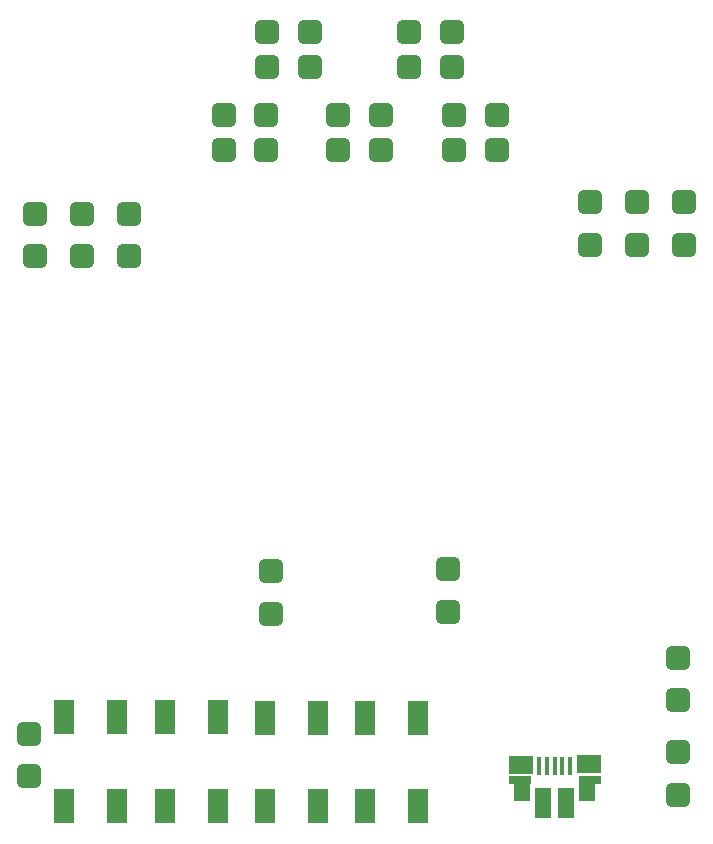
<source format=gtp>
G04 #@! TF.GenerationSoftware,KiCad,Pcbnew,8.0.6-8.0.6-0~ubuntu24.04.1*
G04 #@! TF.CreationDate,2024-10-30T09:28:35+01:00*
G04 #@! TF.ProjectId,micromouse_pcb,6d696372-6f6d-46f7-9573-655f7063622e,rev?*
G04 #@! TF.SameCoordinates,Original*
G04 #@! TF.FileFunction,Paste,Top*
G04 #@! TF.FilePolarity,Positive*
%FSLAX46Y46*%
G04 Gerber Fmt 4.6, Leading zero omitted, Abs format (unit mm)*
G04 Created by KiCad (PCBNEW 8.0.6-8.0.6-0~ubuntu24.04.1) date 2024-10-30 09:28:35*
%MOMM*%
%LPD*%
G01*
G04 APERTURE LIST*
G04 Aperture macros list*
%AMRoundRect*
0 Rectangle with rounded corners*
0 $1 Rounding radius*
0 $2 $3 $4 $5 $6 $7 $8 $9 X,Y pos of 4 corners*
0 Add a 4 corners polygon primitive as box body*
4,1,4,$2,$3,$4,$5,$6,$7,$8,$9,$2,$3,0*
0 Add four circle primitives for the rounded corners*
1,1,$1+$1,$2,$3*
1,1,$1+$1,$4,$5*
1,1,$1+$1,$6,$7*
1,1,$1+$1,$8,$9*
0 Add four rect primitives between the rounded corners*
20,1,$1+$1,$2,$3,$4,$5,0*
20,1,$1+$1,$4,$5,$6,$7,0*
20,1,$1+$1,$6,$7,$8,$9,0*
20,1,$1+$1,$8,$9,$2,$3,0*%
G04 Aperture macros list end*
%ADD10RoundRect,0.384616X-0.615384X0.615384X-0.615384X-0.615384X0.615384X-0.615384X0.615384X0.615384X0*%
%ADD11RoundRect,0.384616X0.615384X-0.615384X0.615384X0.615384X-0.615384X0.615384X-0.615384X-0.615384X0*%
%ADD12RoundRect,0.384616X-0.615384X-0.615384X0.615384X-0.615384X0.615384X0.615384X-0.615384X0.615384X0*%
%ADD13RoundRect,0.384616X0.615384X0.615384X-0.615384X0.615384X-0.615384X-0.615384X0.615384X-0.615384X0*%
%ADD14R,0.400000X1.650000*%
%ADD15R,1.825000X0.700000*%
%ADD16R,2.000000X1.500000*%
%ADD17R,1.350000X2.000000*%
%ADD18R,1.430000X2.500000*%
%ADD19R,1.700000X3.000000*%
G04 APERTURE END LIST*
D10*
X130500000Y-97400000D03*
X130500000Y-101000000D03*
D11*
X177000000Y-146600000D03*
X177000000Y-143000000D03*
D12*
X148200000Y-92000000D03*
X151800000Y-92000000D03*
X154200000Y-85000000D03*
X157800000Y-85000000D03*
D10*
X122500000Y-97400000D03*
X122500000Y-101000000D03*
D13*
X145800000Y-82000000D03*
X142200000Y-82000000D03*
D14*
X165210000Y-144125000D03*
X165860000Y-144125000D03*
X166510000Y-144125000D03*
X167160000Y-144125000D03*
X167810000Y-144125000D03*
D15*
X163560000Y-145325000D03*
D16*
X163660000Y-144025000D03*
D17*
X163780000Y-146075000D03*
D18*
X165550000Y-147275000D03*
X167470000Y-147275000D03*
D17*
X169260000Y-146075000D03*
D16*
X169410000Y-144005000D03*
D15*
X169510000Y-145325000D03*
D13*
X157800000Y-82000000D03*
X154200000Y-82000000D03*
D11*
X173500000Y-100000000D03*
X173500000Y-96400000D03*
X177500000Y-100000000D03*
X177500000Y-96400000D03*
X169500000Y-100000000D03*
X169500000Y-96400000D03*
X177000000Y-138600000D03*
X177000000Y-135000000D03*
X142500000Y-131275000D03*
X142500000Y-127675000D03*
D12*
X142200000Y-85000000D03*
X145800000Y-85000000D03*
D11*
X157500000Y-131100000D03*
X157500000Y-127500000D03*
D13*
X151800000Y-89000000D03*
X148200000Y-89000000D03*
X161600000Y-89000000D03*
X158000000Y-89000000D03*
D10*
X126500000Y-97400000D03*
X126500000Y-101000000D03*
D19*
X150490000Y-140050000D03*
X150490000Y-147550000D03*
X154990000Y-140050000D03*
X154990000Y-147550000D03*
D12*
X158000000Y-92000000D03*
X161600000Y-92000000D03*
D19*
X133490000Y-140000000D03*
X133490000Y-147500000D03*
X137990000Y-140000000D03*
X137990000Y-147500000D03*
D12*
X138500000Y-92000000D03*
X142100000Y-92000000D03*
D19*
X141990000Y-140050000D03*
X141990000Y-147550000D03*
X146490000Y-140050000D03*
X146490000Y-147550000D03*
D11*
X122000000Y-145000000D03*
X122000000Y-141400000D03*
D13*
X142100000Y-89000000D03*
X138500000Y-89000000D03*
D19*
X124990000Y-140000000D03*
X124990000Y-147500000D03*
X129490000Y-140000000D03*
X129490000Y-147500000D03*
M02*

</source>
